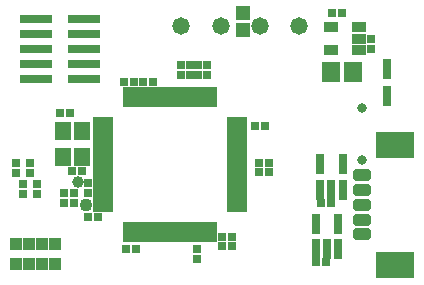
<source format=gts>
%FSAX25Y25*%
%MOIN*%
G70*
G01*
G75*
G04 Layer_Color=8388736*
%ADD10C,0.05000*%
%ADD11R,0.02165X0.02362*%
%ADD12R,0.05906X0.01181*%
%ADD13R,0.01181X0.05906*%
%ADD14R,0.02362X0.02165*%
%ADD15R,0.04528X0.05512*%
%ADD16R,0.03740X0.03740*%
%ADD17R,0.02165X0.05709*%
%ADD18R,0.02165X0.05709*%
%ADD19R,0.04331X0.02559*%
%ADD20R,0.05118X0.05906*%
%ADD21R,0.02165X0.05709*%
%ADD22R,0.11024X0.02953*%
G04:AMPARAMS|DCode=23|XSize=31.5mil|YSize=51.18mil|CornerRadius=7.87mil|HoleSize=0mil|Usage=FLASHONLY|Rotation=90.000|XOffset=0mil|YOffset=0mil|HoleType=Round|Shape=RoundedRectangle|*
%AMROUNDEDRECTD23*
21,1,0.03150,0.03543,0,0,90.0*
21,1,0.01575,0.05118,0,0,90.0*
1,1,0.01575,0.01772,0.00787*
1,1,0.01575,0.01772,-0.00787*
1,1,0.01575,-0.01772,-0.00787*
1,1,0.01575,-0.01772,0.00787*
%
%ADD23ROUNDEDRECTD23*%
%ADD24R,0.11811X0.08268*%
%ADD25R,0.03150X0.03150*%
%ADD26C,0.01000*%
%ADD27C,0.02000*%
%ADD28C,0.01500*%
%ADD29C,0.01800*%
%ADD30C,0.03000*%
%ADD31C,0.02362*%
%ADD32C,0.03150*%
%ADD33C,0.03500*%
%ADD34R,0.06890X0.03347*%
G04:AMPARAMS|DCode=35|XSize=68.9mil|YSize=33.47mil|CornerRadius=8.37mil|HoleSize=0mil|Usage=FLASHONLY|Rotation=180.000|XOffset=0mil|YOffset=0mil|HoleType=Round|Shape=RoundedRectangle|*
%AMROUNDEDRECTD35*
21,1,0.06890,0.01673,0,0,180.0*
21,1,0.05217,0.03347,0,0,180.0*
1,1,0.01673,-0.02608,0.00837*
1,1,0.01673,0.02608,0.00837*
1,1,0.01673,0.02608,-0.00837*
1,1,0.01673,-0.02608,-0.00837*
%
%ADD35ROUNDEDRECTD35*%
%ADD36R,0.09843X0.07874*%
%ADD37R,0.09055X0.01969*%
G04:AMPARAMS|DCode=38|XSize=19.69mil|YSize=90.55mil|CornerRadius=4.92mil|HoleSize=0mil|Usage=FLASHONLY|Rotation=270.000|XOffset=0mil|YOffset=0mil|HoleType=Round|Shape=RoundedRectangle|*
%AMROUNDEDRECTD38*
21,1,0.01969,0.08071,0,0,270.0*
21,1,0.00984,0.09055,0,0,270.0*
1,1,0.00984,-0.04035,-0.00492*
1,1,0.00984,-0.04035,0.00492*
1,1,0.00984,0.04035,0.00492*
1,1,0.00984,0.04035,-0.00492*
%
%ADD38ROUNDEDRECTD38*%
%ADD39R,0.06102X0.06299*%
%ADD40R,0.11024X0.05512*%
%ADD41R,0.11811X0.05512*%
%ADD42R,0.07480X0.05512*%
%ADD43R,0.11024X0.06102*%
G04:AMPARAMS|DCode=44|XSize=61.02mil|YSize=82.68mil|CornerRadius=15.26mil|HoleSize=0mil|Usage=FLASHONLY|Rotation=90.000|XOffset=0mil|YOffset=0mil|HoleType=Round|Shape=RoundedRectangle|*
%AMROUNDEDRECTD44*
21,1,0.06102,0.05217,0,0,90.0*
21,1,0.03051,0.08268,0,0,90.0*
1,1,0.03051,0.02608,0.01526*
1,1,0.03051,0.02608,-0.01526*
1,1,0.03051,-0.02608,-0.01526*
1,1,0.03051,-0.02608,0.01526*
%
%ADD44ROUNDEDRECTD44*%
G04:AMPARAMS|DCode=45|XSize=31.5mil|YSize=62.99mil|CornerRadius=7.87mil|HoleSize=0mil|Usage=FLASHONLY|Rotation=90.000|XOffset=0mil|YOffset=0mil|HoleType=Round|Shape=RoundedRectangle|*
%AMROUNDEDRECTD45*
21,1,0.03150,0.04724,0,0,90.0*
21,1,0.01575,0.06299,0,0,90.0*
1,1,0.01575,0.02362,0.00787*
1,1,0.01575,0.02362,-0.00787*
1,1,0.01575,-0.02362,-0.00787*
1,1,0.01575,-0.02362,0.00787*
%
%ADD45ROUNDEDRECTD45*%
%ADD46R,0.06299X0.03150*%
G04:AMPARAMS|DCode=47|XSize=31.5mil|YSize=51.18mil|CornerRadius=7.87mil|HoleSize=0mil|Usage=FLASHONLY|Rotation=180.000|XOffset=0mil|YOffset=0mil|HoleType=Round|Shape=RoundedRectangle|*
%AMROUNDEDRECTD47*
21,1,0.03150,0.03543,0,0,180.0*
21,1,0.01575,0.05118,0,0,180.0*
1,1,0.01575,-0.00787,0.01772*
1,1,0.01575,0.00787,0.01772*
1,1,0.01575,0.00787,-0.01772*
1,1,0.01575,-0.00787,-0.01772*
%
%ADD47ROUNDEDRECTD47*%
%ADD48R,0.08268X0.11811*%
%ADD49R,0.03150X0.05118*%
%ADD50R,0.05118X0.03150*%
%ADD51R,0.14800X0.13400*%
%ADD52R,0.01955X0.02104*%
%ADD53C,0.00787*%
%ADD54C,0.00984*%
%ADD55C,0.00984*%
%ADD56C,0.00500*%
%ADD57C,0.00700*%
%ADD58C,0.05800*%
%ADD59R,0.02965X0.03162*%
%ADD60R,0.06706X0.01981*%
%ADD61R,0.01981X0.06706*%
%ADD62R,0.03162X0.02965*%
%ADD63R,0.05328X0.06312*%
%ADD64R,0.04540X0.04540*%
%ADD65R,0.02965X0.06509*%
%ADD66R,0.02965X0.06509*%
%ADD67R,0.05131X0.03359*%
%ADD68R,0.05918X0.06706*%
%ADD69R,0.02965X0.06509*%
G04:AMPARAMS|DCode=70|XSize=39.5mil|YSize=59.18mil|CornerRadius=9.87mil|HoleSize=0mil|Usage=FLASHONLY|Rotation=90.000|XOffset=0mil|YOffset=0mil|HoleType=Round|Shape=RoundedRectangle|*
%AMROUNDEDRECTD70*
21,1,0.03950,0.03943,0,0,90.0*
21,1,0.01975,0.05918,0,0,90.0*
1,1,0.01975,0.01972,0.00987*
1,1,0.01975,0.01972,-0.00987*
1,1,0.01975,-0.01972,-0.00987*
1,1,0.01975,-0.01972,0.00987*
%
%ADD70ROUNDEDRECTD70*%
%ADD71R,0.12611X0.09068*%
%ADD72R,0.03950X0.03950*%
%ADD73C,0.03162*%
%ADD74C,0.04300*%
%ADD75C,0.03950*%
D22*
X0312872Y0297000D02*
D03*
X0296888D02*
D03*
X0312872Y0302000D02*
D03*
X0296888D02*
D03*
X0312872Y0307000D02*
D03*
X0296888D02*
D03*
X0312872Y0312000D02*
D03*
X0296888D02*
D03*
X0312872Y0317000D02*
D03*
X0296888D02*
D03*
D58*
X0384600Y0314700D02*
D03*
X0371500D02*
D03*
X0358400D02*
D03*
X0345300D02*
D03*
D59*
X0314300Y0262273D02*
D03*
Y0258927D02*
D03*
X0290100Y0265727D02*
D03*
Y0269073D02*
D03*
X0294900Y0265727D02*
D03*
Y0269073D02*
D03*
X0292400Y0258627D02*
D03*
Y0261973D02*
D03*
X0297200Y0258627D02*
D03*
Y0261973D02*
D03*
X0306100Y0255627D02*
D03*
Y0258973D02*
D03*
X0309600D02*
D03*
Y0255627D02*
D03*
X0345100Y0298227D02*
D03*
Y0301573D02*
D03*
X0348000Y0298227D02*
D03*
Y0301573D02*
D03*
X0350900Y0298227D02*
D03*
Y0301573D02*
D03*
X0353800Y0298227D02*
D03*
Y0301573D02*
D03*
X0350400Y0236927D02*
D03*
Y0240273D02*
D03*
X0408500Y0306827D02*
D03*
Y0310173D02*
D03*
D60*
X0319059Y0271453D02*
D03*
X0363941Y0275390D02*
D03*
Y0277358D02*
D03*
Y0271453D02*
D03*
X0319059Y0269484D02*
D03*
X0363941Y0267516D02*
D03*
Y0253736D02*
D03*
Y0261610D02*
D03*
X0319059Y0279327D02*
D03*
Y0277358D02*
D03*
Y0283264D02*
D03*
Y0261610D02*
D03*
Y0259642D02*
D03*
Y0265547D02*
D03*
Y0263579D02*
D03*
Y0273421D02*
D03*
Y0255705D02*
D03*
Y0267516D02*
D03*
X0363941Y0269484D02*
D03*
X0319059Y0257673D02*
D03*
X0363941Y0283264D02*
D03*
X0319059Y0275390D02*
D03*
Y0281295D02*
D03*
Y0253736D02*
D03*
X0363941Y0279327D02*
D03*
Y0281295D02*
D03*
Y0255705D02*
D03*
Y0259642D02*
D03*
Y0257673D02*
D03*
Y0263579D02*
D03*
Y0265547D02*
D03*
Y0273421D02*
D03*
D61*
X0330673Y0290941D02*
D03*
X0334610D02*
D03*
X0332642D02*
D03*
X0338547Y0246059D02*
D03*
X0332642D02*
D03*
X0330673D02*
D03*
X0344453Y0290941D02*
D03*
Y0246059D02*
D03*
X0352327D02*
D03*
X0348390D02*
D03*
Y0290941D02*
D03*
X0350358Y0246059D02*
D03*
X0336579D02*
D03*
X0340516D02*
D03*
X0342484D02*
D03*
X0346421D02*
D03*
X0354295D02*
D03*
X0356264D02*
D03*
X0354295Y0290941D02*
D03*
X0350358D02*
D03*
X0352327D02*
D03*
X0340516D02*
D03*
X0342484D02*
D03*
X0326736D02*
D03*
X0334610Y0246059D02*
D03*
X0346421Y0290941D02*
D03*
X0336579D02*
D03*
X0338547D02*
D03*
X0356264D02*
D03*
X0328705Y0246059D02*
D03*
X0326736D02*
D03*
X0328705Y0290941D02*
D03*
D62*
X0362173Y0241300D02*
D03*
X0358827D02*
D03*
X0314127Y0251000D02*
D03*
X0317473D02*
D03*
X0312273Y0266200D02*
D03*
X0308927D02*
D03*
X0308173Y0285500D02*
D03*
X0304827D02*
D03*
X0335873Y0296100D02*
D03*
X0332527D02*
D03*
X0326027D02*
D03*
X0329373D02*
D03*
X0369727Y0281300D02*
D03*
X0373073D02*
D03*
X0371127Y0265800D02*
D03*
X0374473D02*
D03*
X0371127Y0268800D02*
D03*
X0374473D02*
D03*
X0395073Y0255700D02*
D03*
X0391727D02*
D03*
X0393573Y0235800D02*
D03*
X0390227D02*
D03*
X0362173Y0244200D02*
D03*
X0358827D02*
D03*
X0330173Y0240200D02*
D03*
X0326827D02*
D03*
X0398873Y0318800D02*
D03*
X0395527D02*
D03*
D63*
X0312188Y0271094D02*
D03*
Y0279756D02*
D03*
X0305889D02*
D03*
Y0271094D02*
D03*
D64*
X0365700Y0313246D02*
D03*
Y0318954D02*
D03*
D65*
X0391560Y0260068D02*
D03*
X0390060Y0240168D02*
D03*
D66*
X0395300Y0260068D02*
D03*
X0399040D02*
D03*
Y0268532D02*
D03*
X0391560D02*
D03*
X0393800Y0240168D02*
D03*
X0397540D02*
D03*
Y0248632D02*
D03*
X0390060D02*
D03*
D67*
X0404600Y0306700D02*
D03*
Y0310440D02*
D03*
Y0314180D02*
D03*
X0395151D02*
D03*
Y0306700D02*
D03*
D68*
X0402640Y0299200D02*
D03*
X0395160D02*
D03*
D69*
X0413900Y0291174D02*
D03*
Y0300426D02*
D03*
D70*
X0405598Y0264821D02*
D03*
Y0254979D02*
D03*
Y0250058D02*
D03*
Y0245136D02*
D03*
Y0259900D02*
D03*
D71*
X0416425Y0274939D02*
D03*
Y0235097D02*
D03*
D72*
X0290150Y0241848D02*
D03*
Y0235352D02*
D03*
X0294433D02*
D03*
Y0241848D02*
D03*
X0298717D02*
D03*
Y0235352D02*
D03*
X0303000D02*
D03*
Y0241848D02*
D03*
D73*
X0405331Y0287161D02*
D03*
Y0269839D02*
D03*
D74*
X0313500Y0255100D02*
D03*
D75*
X0310800Y0262673D02*
D03*
M02*

</source>
